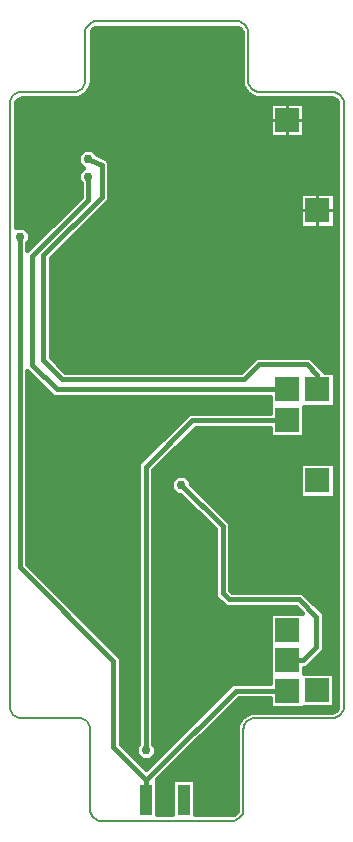
<source format=gbr>
G04 PROTEUS RS274X GERBER FILE*
%FSLAX45Y45*%
%MOMM*%
G01*
%ADD10C,0.381000*%
%ADD11C,0.762000*%
%ADD12C,0.254000*%
%ADD13R,1.016000X2.540000*%
%ADD16R,2.032000X2.032000*%
%ADD71C,0.203200*%
G36*
X+639791Y+3262479D02*
X+645773Y+3260668D01*
X+661719Y+3250021D01*
X+672368Y+3234072D01*
X+674180Y+3228089D01*
X+675390Y+3215652D01*
X+675390Y+2815316D01*
X+678159Y+2786860D01*
X+687797Y+2755028D01*
X+692298Y+2748286D01*
X+719530Y+2707498D01*
X+767060Y+2675763D01*
X+774820Y+2673413D01*
X+798897Y+2666123D01*
X+827352Y+2663354D01*
X+1437352Y+2663354D01*
X+1449791Y+2662143D01*
X+1455773Y+2660332D01*
X+1471719Y+2649685D01*
X+1482368Y+2633736D01*
X+1484180Y+2627753D01*
X+1485390Y+2615316D01*
X+1485390Y-2479397D01*
X+1484180Y-2491834D01*
X+1482368Y-2497817D01*
X+1471719Y-2513766D01*
X+1455773Y-2524413D01*
X+1449791Y-2526224D01*
X+1437341Y-2527436D01*
X+787341Y-2527436D01*
X+782569Y-2527900D01*
X+758897Y-2530204D01*
X+727060Y-2539844D01*
X+679530Y-2571579D01*
X+647797Y-2619109D01*
X+638159Y-2650941D01*
X+635390Y-2679397D01*
X+635390Y-3349397D01*
X+634180Y-3361834D01*
X+632368Y-3367817D01*
X+621719Y-3383766D01*
X+605773Y-3394413D01*
X+599791Y-3396224D01*
X+587352Y-3397435D01*
X+279249Y-3397435D01*
X+279249Y-3102351D01*
X+88751Y-3102351D01*
X+88751Y-3397435D01*
X-38251Y-3397435D01*
X-38251Y-3102351D01*
X-39255Y-3102351D01*
X+649597Y-2413499D01*
X+913951Y-2413499D01*
X+913951Y-2496049D01*
X+1206049Y-2496049D01*
X+1206049Y-2492749D01*
X+1460349Y-2492749D01*
X+1460349Y-2200651D01*
X+1206049Y-2200651D01*
X+1206049Y-2158499D01*
X+1220312Y-2158499D01*
X+1370566Y-2008245D01*
X+1370566Y-1696939D01*
X+1188338Y-1514711D01*
X+592534Y-1514711D01*
X+578775Y-1500952D01*
X+578775Y-932358D01*
X+244663Y-602099D01*
X+244663Y-575807D01*
X+196307Y-527451D01*
X+127921Y-527451D01*
X+79565Y-575807D01*
X+79565Y-644193D01*
X+127921Y-692549D01*
X+155109Y-692549D01*
X+451779Y-985429D01*
X+451779Y-1553556D01*
X+539932Y-1641709D01*
X+1135736Y-1641709D01*
X+1187978Y-1693951D01*
X+913951Y-1693951D01*
X+913951Y-2286501D01*
X+596994Y-2286501D01*
X+559797Y-2323699D01*
X-133500Y-3016996D01*
X-350610Y-2799886D01*
X-350610Y-2070516D01*
X-1139505Y-1281621D01*
X-1139505Y+356932D01*
X-919074Y+136501D01*
X+913951Y+136501D01*
X+913951Y+3499D01*
X+231732Y+3499D01*
X-199047Y-427280D01*
X-199047Y-2803000D01*
X-218097Y-2822050D01*
X-218097Y-2890436D01*
X-169741Y-2938792D01*
X-101355Y-2938792D01*
X-52999Y-2890436D01*
X-52999Y-2822050D01*
X-72049Y-2803000D01*
X-72049Y-479882D01*
X+284334Y-123499D01*
X+913951Y-123499D01*
X+913951Y-206049D01*
X+1206049Y-206049D01*
X+1206049Y+53951D01*
X+1461049Y+53951D01*
X+1461049Y+346049D01*
X+1378499Y+346049D01*
X+1378499Y+351141D01*
X+1252561Y+477079D01*
X+796099Y+477079D01*
X+669099Y+350079D01*
X-817539Y+350079D01*
X-940361Y+472901D01*
X-940361Y+1308310D01*
X-448035Y+1800636D01*
X-448035Y+2120797D01*
X-468656Y+2152418D01*
X-546439Y+2190102D01*
X-590807Y+2234470D01*
X-659193Y+2234470D01*
X-707549Y+2186114D01*
X-707549Y+2117728D01*
X-666795Y+2076974D01*
X-708129Y+2035640D01*
X-708129Y+1967254D01*
X-689079Y+1948204D01*
X-689079Y+1827627D01*
X-1139505Y+1377201D01*
X-1139505Y+1435457D01*
X-1120455Y+1454507D01*
X-1120455Y+1522893D01*
X-1168811Y+1571249D01*
X-1235390Y+1571249D01*
X-1235390Y+2615316D01*
X-1234180Y+2627753D01*
X-1232368Y+2633736D01*
X-1221719Y+2649685D01*
X-1205773Y+2660332D01*
X-1199791Y+2662143D01*
X-1187352Y+2663354D01*
X-747352Y+2663354D01*
X-718897Y+2666123D01*
X-687060Y+2675763D01*
X-639530Y+2707498D01*
X-607797Y+2755028D01*
X-598159Y+2786860D01*
X-595390Y+2815316D01*
X-595390Y+3215652D01*
X-594180Y+3228089D01*
X-592368Y+3234072D01*
X-581719Y+3250021D01*
X-565773Y+3260668D01*
X-559791Y+3262479D01*
X-547352Y+3263690D01*
X+627352Y+3263690D01*
X+639791Y+3262479D01*
G37*
%LPC*%
G36*
X+1168951Y-423951D02*
X+1461049Y-423951D01*
X+1461049Y-716049D01*
X+1168951Y-716049D01*
X+1168951Y-423951D01*
G37*
G36*
X+913951Y+2626049D02*
X+1206049Y+2626049D01*
X+1206049Y+2333951D01*
X+913951Y+2333951D01*
X+913951Y+2626049D01*
G37*
G36*
X+1168951Y+1861049D02*
X+1461049Y+1861049D01*
X+1461049Y+1568951D01*
X+1168951Y+1568951D01*
X+1168951Y+1861049D01*
G37*
G36*
X-657248Y+2287945D02*
X-657248Y+2319509D01*
X-634930Y+2341827D01*
X-603366Y+2341827D01*
X-581048Y+2319509D01*
X-581048Y+2287945D01*
X-603366Y+2265627D01*
X-634930Y+2265627D01*
X-657248Y+2287945D01*
G37*
G36*
X-424622Y+1822393D02*
X-424622Y+1853957D01*
X-402304Y+1876275D01*
X-370740Y+1876275D01*
X-348422Y+1853957D01*
X-348422Y+1822393D01*
X-370740Y+1800075D01*
X-402304Y+1800075D01*
X-424622Y+1822393D01*
G37*
%LPD*%
D10*
X+1060000Y-60000D02*
X+258033Y-60000D01*
X-135548Y-453581D01*
X-135548Y-2855163D01*
X-136628Y-2856243D01*
X-135548Y-2856243D01*
X-133500Y-3273800D02*
X-133500Y-3106796D01*
X-1203004Y+1488700D02*
X-1203004Y-1307922D01*
X-414109Y-2096817D01*
X-414109Y-2826187D01*
X-133500Y-3106796D01*
X-59752Y-3033048D01*
X+623296Y-2350000D01*
X+630000Y-2350000D01*
X+1060000Y-2350000D01*
X+1315000Y+200000D02*
X+1315000Y+324840D01*
X+1226260Y+413580D01*
X+822400Y+413580D01*
X+695400Y+286580D01*
X-843840Y+286580D01*
X-1003860Y+446600D01*
X-1003860Y+1334611D01*
X-511534Y+1826937D01*
X-511534Y+2101923D01*
X-625000Y+2151921D01*
X+1060000Y+200000D02*
X-892773Y+200000D01*
X-1101704Y+408931D01*
X-1101704Y+1325202D01*
X-625580Y+1801326D01*
X-625580Y+2001447D01*
X+1060000Y-2095000D02*
X+1194011Y-2095000D01*
X+1307067Y-1981944D01*
X+1307067Y-1723240D01*
X+1162037Y-1578210D01*
X+566233Y-1578210D01*
X+515277Y-1527254D01*
X+515277Y-958887D01*
X+162114Y-610000D01*
D11*
X-135548Y-2856243D03*
X-1203004Y+1488700D03*
X-619148Y+2303727D03*
X-386522Y+1838175D03*
X-625000Y+2151921D03*
X-625580Y+2001447D03*
X+162114Y-610000D03*
D10*
X+639791Y+3262479D02*
X+645773Y+3260668D01*
X+661719Y+3250021D01*
X+672368Y+3234072D01*
X+674180Y+3228089D01*
X+675390Y+3215652D01*
X+675390Y+2815316D01*
X+678159Y+2786860D01*
X+687797Y+2755028D01*
X+692298Y+2748286D01*
X+719530Y+2707498D01*
X+767060Y+2675763D01*
X+774820Y+2673413D01*
X+798897Y+2666123D01*
X+827352Y+2663354D01*
X+1437352Y+2663354D01*
X+1449791Y+2662143D01*
X+1455773Y+2660332D01*
X+1471719Y+2649685D01*
X+1482368Y+2633736D01*
X+1484180Y+2627753D01*
X+1485390Y+2615316D01*
X+1485390Y-2479397D01*
X+1484180Y-2491834D01*
X+1482368Y-2497817D01*
X+1471719Y-2513766D01*
X+1455773Y-2524413D01*
X+1449791Y-2526224D01*
X+1437341Y-2527436D01*
X+787341Y-2527436D01*
X+782569Y-2527900D01*
X+758897Y-2530204D01*
X+727060Y-2539844D01*
X+679530Y-2571579D01*
X+647797Y-2619109D01*
X+638159Y-2650941D01*
X+635390Y-2679397D01*
X+635390Y-3349397D01*
X+634180Y-3361834D01*
X+632368Y-3367817D01*
X+621719Y-3383766D01*
X+605773Y-3394413D01*
X+599791Y-3396224D01*
X+587352Y-3397435D01*
X+279249Y-3397435D01*
X+279249Y-3102351D01*
X+88751Y-3102351D01*
X+88751Y-3397435D01*
X-38251Y-3397435D01*
X-38251Y-3102351D01*
X-39255Y-3102351D01*
X+649597Y-2413499D01*
X+913951Y-2413499D01*
X+913951Y-2496049D01*
X+1206049Y-2496049D01*
X+1206049Y-2492749D01*
X+1460349Y-2492749D01*
X+1460349Y-2200651D01*
X+1206049Y-2200651D01*
X+1206049Y-2158499D01*
X+1220312Y-2158499D01*
X+1370566Y-2008245D01*
X+1370566Y-1696939D01*
X+1188338Y-1514711D01*
X+592534Y-1514711D01*
X+578775Y-1500952D01*
X+578775Y-932358D01*
X+244663Y-602099D01*
X+244663Y-575807D01*
X+196307Y-527451D01*
X+127921Y-527451D01*
X+79565Y-575807D01*
X+79565Y-644193D01*
X+127921Y-692549D01*
X+155109Y-692549D01*
X+451779Y-985429D01*
X+451779Y-1553556D01*
X+539932Y-1641709D01*
X+1135736Y-1641709D01*
X+1187978Y-1693951D01*
X+913951Y-1693951D01*
X+913951Y-2286501D01*
X+596994Y-2286501D01*
X+559797Y-2323699D01*
X-133500Y-3016996D01*
X-350610Y-2799886D01*
X-350610Y-2070516D01*
X-1139505Y-1281621D01*
X-1139505Y+356932D01*
X-919074Y+136501D01*
X+913951Y+136501D01*
X+913951Y+3499D01*
X+231732Y+3499D01*
X-199047Y-427280D01*
X-199047Y-2803000D01*
X-218097Y-2822050D01*
X-218097Y-2890436D01*
X-169741Y-2938792D01*
X-101355Y-2938792D01*
X-52999Y-2890436D01*
X-52999Y-2822050D01*
X-72049Y-2803000D01*
X-72049Y-479882D01*
X+284334Y-123499D01*
X+913951Y-123499D01*
X+913951Y-206049D01*
X+1206049Y-206049D01*
X+1206049Y+53951D01*
X+1461049Y+53951D01*
X+1461049Y+346049D01*
X+1378499Y+346049D01*
X+1378499Y+351141D01*
X+1252561Y+477079D01*
X+796099Y+477079D01*
X+669099Y+350079D01*
X-817539Y+350079D01*
X-940361Y+472901D01*
X-940361Y+1308310D01*
X-448035Y+1800636D01*
X-448035Y+2120797D01*
X-468656Y+2152418D01*
X-546439Y+2190102D01*
X-590807Y+2234470D01*
X-659193Y+2234470D01*
X-707549Y+2186114D01*
X-707549Y+2117728D01*
X-666795Y+2076974D01*
X-708129Y+2035640D01*
X-708129Y+1967254D01*
X-689079Y+1948204D01*
X-689079Y+1827627D01*
X-1139505Y+1377201D01*
X-1139505Y+1435457D01*
X-1120455Y+1454507D01*
X-1120455Y+1522893D01*
X-1168811Y+1571249D01*
X-1235390Y+1571249D01*
X-1235390Y+2615316D01*
X-1234180Y+2627753D01*
X-1232368Y+2633736D01*
X-1221719Y+2649685D01*
X-1205773Y+2660332D01*
X-1199791Y+2662143D01*
X-1187352Y+2663354D01*
X-747352Y+2663354D01*
X-718897Y+2666123D01*
X-687060Y+2675763D01*
X-639530Y+2707498D01*
X-607797Y+2755028D01*
X-598159Y+2786860D01*
X-595390Y+2815316D01*
X-595390Y+3215652D01*
X-594180Y+3228089D01*
X-592368Y+3234072D01*
X-581719Y+3250021D01*
X-565773Y+3260668D01*
X-559791Y+3262479D01*
X-547352Y+3263690D01*
X+627352Y+3263690D01*
X+639791Y+3262479D01*
X+1168951Y-423951D02*
X+1461049Y-423951D01*
X+1461049Y-716049D01*
X+1168951Y-716049D01*
X+1168951Y-423951D01*
X+913951Y+2626049D02*
X+1206049Y+2626049D01*
X+1206049Y+2333951D01*
X+913951Y+2333951D01*
X+913951Y+2626049D01*
X+1168951Y+1861049D02*
X+1461049Y+1861049D01*
X+1461049Y+1568951D01*
X+1168951Y+1568951D01*
X+1168951Y+1861049D01*
X-657248Y+2287945D02*
X-657248Y+2319509D01*
X-634930Y+2341827D01*
X-603366Y+2341827D01*
X-581048Y+2319509D01*
X-581048Y+2287945D01*
X-603366Y+2265627D01*
X-634930Y+2265627D01*
X-657248Y+2287945D01*
X-424622Y+1822393D02*
X-424622Y+1853957D01*
X-402304Y+1876275D01*
X-370740Y+1876275D01*
X-348422Y+1853957D01*
X-348422Y+1822393D01*
X-370740Y+1800075D01*
X-402304Y+1800075D01*
X-424622Y+1822393D01*
D12*
X+913951Y+2480000D02*
X+1060000Y+2480000D01*
X+1206049Y+2480000D02*
X+1060000Y+2480000D01*
X+1060000Y+2333951D02*
X+1060000Y+2480000D01*
X+1060000Y+2626049D02*
X+1060000Y+2480000D01*
X+1168951Y+1715000D02*
X+1315000Y+1715000D01*
X+1461049Y+1715000D02*
X+1315000Y+1715000D01*
X+1315000Y+1568951D02*
X+1315000Y+1715000D01*
X+1315000Y+1861049D02*
X+1315000Y+1715000D01*
D13*
X-133500Y-3273800D03*
X+184000Y-3273800D03*
D16*
X+1315000Y-570000D03*
X+1060000Y-60000D03*
X+1060000Y-2095000D03*
X+1060000Y-1840000D03*
X+1060000Y-2350000D03*
X+1060000Y+2480000D03*
X+1315000Y+1715000D03*
X+1314300Y-2346700D03*
X+1060000Y+200000D03*
X+1315000Y+200000D03*
D71*
X-610000Y-3352045D02*
X-608010Y-3372492D01*
X-602285Y-3391400D01*
X-581094Y-3423139D01*
X-549356Y-3444330D01*
X-530447Y-3450055D01*
X-510000Y-3452045D01*
X-610000Y-3352045D02*
X-610000Y-2682045D01*
X-611990Y-2661598D01*
X-617715Y-2642690D01*
X-638906Y-2610951D01*
X-670644Y-2589760D01*
X-689553Y-2584035D01*
X-710000Y-2582045D01*
X-1190000Y-2582045D01*
X-1290000Y-2482045D02*
X-1288010Y-2502492D01*
X-1282285Y-2521400D01*
X-1261094Y-2553139D01*
X-1229356Y-2574330D01*
X-1210447Y-2580055D01*
X-1190000Y-2582045D01*
X-1290000Y-2482045D02*
X-1290000Y+2617964D01*
X-1288010Y+2638411D01*
X-1282285Y+2657319D01*
X-1261094Y+2689058D01*
X-1229356Y+2710249D01*
X-1210447Y+2715974D01*
X-1190000Y+2717964D01*
X-750000Y+2717964D01*
X-650000Y+2817964D02*
X-651990Y+2797517D01*
X-657715Y+2778609D01*
X-678906Y+2746870D01*
X-710644Y+2725679D01*
X-729553Y+2719954D01*
X-750000Y+2717964D01*
X-650000Y+2817964D02*
X-650000Y+3218300D01*
X-648010Y+3238747D01*
X-642285Y+3257655D01*
X-621094Y+3289394D01*
X-589356Y+3310585D01*
X-570447Y+3316310D01*
X-550000Y+3318300D01*
X+630000Y+3318300D01*
X+730000Y+3218300D02*
X+728010Y+3238747D01*
X+722285Y+3257655D01*
X+701094Y+3289394D01*
X+669356Y+3310585D01*
X+650447Y+3316310D01*
X+630000Y+3318300D01*
X+730000Y+3218300D02*
X+730000Y+2817964D01*
X+731990Y+2797517D01*
X+737715Y+2778609D01*
X+758906Y+2746870D01*
X+790644Y+2725679D01*
X+809553Y+2719954D01*
X+830000Y+2717964D01*
X+1440000Y+2717964D01*
X+1540000Y+2617964D02*
X+1538010Y+2638411D01*
X+1532285Y+2657319D01*
X+1511094Y+2689058D01*
X+1479356Y+2710249D01*
X+1460447Y+2715974D01*
X+1440000Y+2717964D01*
X+1540000Y+2617964D02*
X+1540000Y-2482045D01*
X+1538010Y-2502492D01*
X+1532285Y-2521400D01*
X+1511094Y-2553139D01*
X+1479356Y-2574330D01*
X+1460447Y-2580055D01*
X+1440000Y-2582045D01*
X+790000Y-2582045D01*
X+690000Y-2682045D02*
X+691990Y-2661598D01*
X+697715Y-2642690D01*
X+718906Y-2610951D01*
X+750644Y-2589760D01*
X+769553Y-2584035D01*
X+790000Y-2582045D01*
X+690000Y-2682045D02*
X+690000Y-3352045D01*
X+688010Y-3372492D01*
X+682285Y-3391400D01*
X+661094Y-3423139D01*
X+629356Y-3444330D01*
X+610447Y-3450055D01*
X+590000Y-3452045D01*
X+302500Y-3452045D01*
X-222500Y-3452045D02*
X-510000Y-3452045D01*
X+302500Y-3452045D02*
X-222500Y-3452045D01*
M02*

</source>
